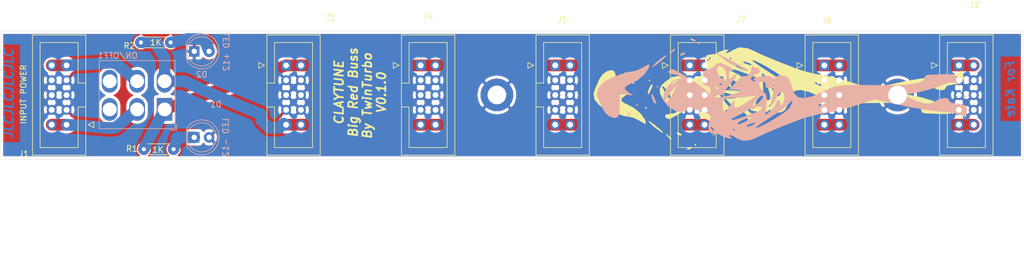
<source format=kicad_pcb>
(kicad_pcb (version 20171130) (host pcbnew 5.1.5-52549c5~86~ubuntu18.04.1)
  (layers (0 F.Cu signal) (31 B.Cu signal) (34 B.Paste user) (35 F.Paste user) (36 B.SilkS user) (37 F.SilkS user) (38 B.Mask user) (39 F.Mask user) (44 Edge.Cuts user))
  (net 0 "")
  (net 1 "Net-(D1-Pad1)")
  (net 2 GND)
  (net 3 "Net-(D2-Pad2)")
  (net 4 -12)
  (net 5 +12)
  (net 6 +12s)
  (net 7 -12s)
  (net 8 "Net-(ON/OFF1-Pad3)")
  (net 9 "Net-(ON/OFF1-Pad6)")
  (module ROBSLIBRARY:Girl7 (layer F.Cu) (at 229.57 146.73 90)
    (fp_text reference GIJO hide)
    (fp_text value LOGO hide)
  )
  (module ROBSLIBRARY:Girl7 (layer B.Cu) (at 230.17 147.33 270)
    (fp_text reference GIJO1 hide)
    (fp_text value LOGO hide)
  )
  (module MountingHole:MountingHole_3.2mm_M3_DIN965_Pad (layer F.Cu) (at 181.35 147.18)
    (fp_text reference H2 hide)
    (fp_text value MountingHole_Pad)
    (pad 1 thru_hole circle (at 0 0) (size 5.6 5.6) (drill 3.2) (layers *.Cu *.Mask) (net 2 GND))
  )
  (module MountingHole:MountingHole_3.2mm_M3_DIN965_Pad (layer F.Cu) (at 249.84 147.2)
    (fp_text reference H1 hide)
    (fp_text value MountingHole_Pad)
    (pad 1 thru_hole circle (at 0 0) (size 5.6 5.6) (drill 3.2) (layers *.Cu *.Mask) (net 2 GND))
  )
  (module LED_THT:LED_D5.0mm (layer B.Cu) (at 129.62 154.444)
    (fp_text reference D1 (at 3.7 -5.644) (layer B.SilkS) (effects (justify mirror)))
    (fp_text value "LED -12" (at 5.39 0.016 90) (layer B.SilkS) (effects (justify mirror)))
    (pad 1 thru_hole rect (at 0 0) (size 1.8 1.8) (drill 0.9) (layers *.Cu *.Mask) (net 1 "Net-(D1-Pad1)"))
    (pad 2 thru_hole circle (at 2.54 0) (size 1.8 1.8) (drill 0.9) (layers *.Cu *.Mask) (net 2 GND))
  )
  (module LED_THT:LED_D5.0mm (layer B.Cu) (at 129.62 139.712)
    (fp_text reference D2 (at 1.27 3.96) (layer B.SilkS) (effects (justify mirror)))
    (fp_text value "LED +12" (at 5.51 0.088 90) (layer B.SilkS) (effects (justify mirror)))
    (pad 2 thru_hole circle (at 2.54 0) (size 1.8 1.8) (drill 0.9) (layers *.Cu *.Mask) (net 3 "Net-(D2-Pad2)"))
    (pad 1 thru_hole rect (at 0 0) (size 1.8 1.8) (drill 0.9) (layers *.Cu *.Mask) (net 2 GND))
  )
  (module Connector_IDC:IDC-Header_2x05_P2.54mm_Vertical (layer F.Cu) (at 107.79 152.28 180)
    (fp_text reference J1 (at 7.31 -4.99) (layer F.SilkS))
    (fp_text value "INPUT POWER" (at 7.366 5.202 90) (layer F.SilkS))
    (pad 1 thru_hole roundrect (at 0 0 180) (size 1.7 1.7) (drill 1) (layers *.Cu *.Mask) (roundrect_rratio 0.147059) (net 4 -12))
    (pad 3 thru_hole circle (at 0 2.54 180) (size 1.7 1.7) (drill 1) (layers *.Cu *.Mask) (net 2 GND))
    (pad 5 thru_hole circle (at 0 5.08 180) (size 1.7 1.7) (drill 1) (layers *.Cu *.Mask) (net 2 GND))
    (pad 7 thru_hole circle (at 0 7.62 180) (size 1.7 1.7) (drill 1) (layers *.Cu *.Mask) (net 2 GND))
    (pad 9 thru_hole circle (at 0 10.16 180) (size 1.7 1.7) (drill 1) (layers *.Cu *.Mask) (net 5 +12))
    (pad 2 thru_hole circle (at 2.54 0 180) (size 1.7 1.7) (drill 1) (layers *.Cu *.Mask) (net 4 -12))
    (pad 4 thru_hole circle (at 2.54 2.54 180) (size 1.7 1.7) (drill 1) (layers *.Cu *.Mask) (net 2 GND))
    (pad 6 thru_hole circle (at 2.54 5.08 180) (size 1.7 1.7) (drill 1) (layers *.Cu *.Mask) (net 2 GND))
    (pad 8 thru_hole circle (at 2.54 7.62 180) (size 1.7 1.7) (drill 1) (layers *.Cu *.Mask) (net 2 GND))
    (pad 10 thru_hole circle (at 2.54 10.16 180) (size 1.7 1.7) (drill 1) (layers *.Cu *.Mask) (net 5 +12))
  )
  (module Connector_IDC:IDC-Header_2x05_P2.54mm_Vertical (layer F.Cu) (at 260.32 142.12)
    (fp_text reference J2 (at 2.68 -10.35) (layer F.SilkS))
    (fp_text value Conn_02x05_Odd_Even)
    (pad 10 thru_hole circle (at 2.54 10.16) (size 1.7 1.7) (drill 1) (layers *.Cu *.Mask) (net 6 +12s))
    (pad 8 thru_hole circle (at 2.54 7.62) (size 1.7 1.7) (drill 1) (layers *.Cu *.Mask) (net 2 GND))
    (pad 6 thru_hole circle (at 2.54 5.08) (size 1.7 1.7) (drill 1) (layers *.Cu *.Mask) (net 2 GND))
    (pad 4 thru_hole circle (at 2.54 2.54) (size 1.7 1.7) (drill 1) (layers *.Cu *.Mask) (net 2 GND))
    (pad 2 thru_hole circle (at 2.54 0) (size 1.7 1.7) (drill 1) (layers *.Cu *.Mask) (net 7 -12s))
    (pad 9 thru_hole circle (at 0 10.16) (size 1.7 1.7) (drill 1) (layers *.Cu *.Mask) (net 6 +12s))
    (pad 7 thru_hole circle (at 0 7.62) (size 1.7 1.7) (drill 1) (layers *.Cu *.Mask) (net 2 GND))
    (pad 5 thru_hole circle (at 0 5.08) (size 1.7 1.7) (drill 1) (layers *.Cu *.Mask) (net 2 GND))
    (pad 3 thru_hole circle (at 0 2.54) (size 1.7 1.7) (drill 1) (layers *.Cu *.Mask) (net 2 GND))
    (pad 1 thru_hole roundrect (at 0 0) (size 1.7 1.7) (drill 1) (layers *.Cu *.Mask) (roundrect_rratio 0.147059) (net 7 -12s))
  )
  (module Connector_IDC:IDC-Header_2x05_P2.54mm_Vertical (layer F.Cu) (at 145.32 142.12)
    (fp_text reference J3 (at 7.69 -8.13 90) (layer F.SilkS))
    (fp_text value Conn_02x05_Odd_Even)
    (pad 1 thru_hole roundrect (at 0 0) (size 1.7 1.7) (drill 1) (layers *.Cu *.Mask) (roundrect_rratio 0.147059) (net 7 -12s))
    (pad 3 thru_hole circle (at 0 2.54) (size 1.7 1.7) (drill 1) (layers *.Cu *.Mask) (net 2 GND))
    (pad 5 thru_hole circle (at 0 5.08) (size 1.7 1.7) (drill 1) (layers *.Cu *.Mask) (net 2 GND))
    (pad 7 thru_hole circle (at 0 7.62) (size 1.7 1.7) (drill 1) (layers *.Cu *.Mask) (net 2 GND))
    (pad 9 thru_hole circle (at 0 10.16) (size 1.7 1.7) (drill 1) (layers *.Cu *.Mask) (net 6 +12s))
    (pad 2 thru_hole circle (at 2.54 0) (size 1.7 1.7) (drill 1) (layers *.Cu *.Mask) (net 7 -12s))
    (pad 4 thru_hole circle (at 2.54 2.54) (size 1.7 1.7) (drill 1) (layers *.Cu *.Mask) (net 2 GND))
    (pad 6 thru_hole circle (at 2.54 5.08) (size 1.7 1.7) (drill 1) (layers *.Cu *.Mask) (net 2 GND))
    (pad 8 thru_hole circle (at 2.54 7.62) (size 1.7 1.7) (drill 1) (layers *.Cu *.Mask) (net 2 GND))
    (pad 10 thru_hole circle (at 2.54 10.16) (size 1.7 1.7) (drill 1) (layers *.Cu *.Mask) (net 6 +12s))
  )
  (module Connector_IDC:IDC-Header_2x05_P2.54mm_Vertical (layer F.Cu) (at 168.32 142.12)
    (fp_text reference J4 (at 1.28 -8.43) (layer F.SilkS))
    (fp_text value Conn_02x05_Odd_Even)
    (pad 10 thru_hole circle (at 2.54 10.16) (size 1.7 1.7) (drill 1) (layers *.Cu *.Mask) (net 6 +12s))
    (pad 8 thru_hole circle (at 2.54 7.62) (size 1.7 1.7) (drill 1) (layers *.Cu *.Mask) (net 2 GND))
    (pad 6 thru_hole circle (at 2.54 5.08) (size 1.7 1.7) (drill 1) (layers *.Cu *.Mask) (net 2 GND))
    (pad 4 thru_hole circle (at 2.54 2.54) (size 1.7 1.7) (drill 1) (layers *.Cu *.Mask) (net 2 GND))
    (pad 2 thru_hole circle (at 2.54 0) (size 1.7 1.7) (drill 1) (layers *.Cu *.Mask) (net 7 -12s))
    (pad 9 thru_hole circle (at 0 10.16) (size 1.7 1.7) (drill 1) (layers *.Cu *.Mask) (net 6 +12s))
    (pad 7 thru_hole circle (at 0 7.62) (size 1.7 1.7) (drill 1) (layers *.Cu *.Mask) (net 2 GND))
    (pad 5 thru_hole circle (at 0 5.08) (size 1.7 1.7) (drill 1) (layers *.Cu *.Mask) (net 2 GND))
    (pad 3 thru_hole circle (at 0 2.54) (size 1.7 1.7) (drill 1) (layers *.Cu *.Mask) (net 2 GND))
    (pad 1 thru_hole roundrect (at 0 0) (size 1.7 1.7) (drill 1) (layers *.Cu *.Mask) (roundrect_rratio 0.147059) (net 7 -12s))
  )
  (module Connector_IDC:IDC-Header_2x05_P2.54mm_Vertical (layer F.Cu) (at 191.32 142.12)
    (fp_text reference J5 (at 1.24 -7.84) (layer F.SilkS))
    (fp_text value Conn_02x05_Odd_Even)
    (pad 1 thru_hole roundrect (at 0 0) (size 1.7 1.7) (drill 1) (layers *.Cu *.Mask) (roundrect_rratio 0.147059) (net 7 -12s))
    (pad 3 thru_hole circle (at 0 2.54) (size 1.7 1.7) (drill 1) (layers *.Cu *.Mask) (net 2 GND))
    (pad 5 thru_hole circle (at 0 5.08) (size 1.7 1.7) (drill 1) (layers *.Cu *.Mask) (net 2 GND))
    (pad 7 thru_hole circle (at 0 7.62) (size 1.7 1.7) (drill 1) (layers *.Cu *.Mask) (net 2 GND))
    (pad 9 thru_hole circle (at 0 10.16) (size 1.7 1.7) (drill 1) (layers *.Cu *.Mask) (net 6 +12s))
    (pad 2 thru_hole circle (at 2.54 0) (size 1.7 1.7) (drill 1) (layers *.Cu *.Mask) (net 7 -12s))
    (pad 4 thru_hole circle (at 2.54 2.54) (size 1.7 1.7) (drill 1) (layers *.Cu *.Mask) (net 2 GND))
    (pad 6 thru_hole circle (at 2.54 5.08) (size 1.7 1.7) (drill 1) (layers *.Cu *.Mask) (net 2 GND))
    (pad 8 thru_hole circle (at 2.54 7.62) (size 1.7 1.7) (drill 1) (layers *.Cu *.Mask) (net 2 GND))
    (pad 10 thru_hole circle (at 2.54 10.16) (size 1.7 1.7) (drill 1) (layers *.Cu *.Mask) (net 6 +12s))
  )
  (module Connector_IDC:IDC-Header_2x05_P2.54mm_Vertical (layer F.Cu) (at 237.32 142.12)
    (fp_text reference J6 (at 0.46 -7.71) (layer F.SilkS))
    (fp_text value Conn_02x05_Odd_Even)
    (pad 10 thru_hole circle (at 2.54 10.16) (size 1.7 1.7) (drill 1) (layers *.Cu *.Mask) (net 6 +12s))
    (pad 8 thru_hole circle (at 2.54 7.62) (size 1.7 1.7) (drill 1) (layers *.Cu *.Mask) (net 2 GND))
    (pad 6 thru_hole circle (at 2.54 5.08) (size 1.7 1.7) (drill 1) (layers *.Cu *.Mask) (net 2 GND))
    (pad 4 thru_hole circle (at 2.54 2.54) (size 1.7 1.7) (drill 1) (layers *.Cu *.Mask) (net 2 GND))
    (pad 2 thru_hole circle (at 2.54 0) (size 1.7 1.7) (drill 1) (layers *.Cu *.Mask) (net 7 -12s))
    (pad 9 thru_hole circle (at 0 10.16) (size 1.7 1.7) (drill 1) (layers *.Cu *.Mask) (net 6 +12s))
    (pad 7 thru_hole circle (at 0 7.62) (size 1.7 1.7) (drill 1) (layers *.Cu *.Mask) (net 2 GND))
    (pad 5 thru_hole circle (at 0 5.08) (size 1.7 1.7) (drill 1) (layers *.Cu *.Mask) (net 2 GND))
    (pad 3 thru_hole circle (at 0 2.54) (size 1.7 1.7) (drill 1) (layers *.Cu *.Mask) (net 2 GND))
    (pad 1 thru_hole roundrect (at 0 0) (size 1.7 1.7) (drill 1) (layers *.Cu *.Mask) (roundrect_rratio 0.147059) (net 7 -12s))
  )
  (module Connector_IDC:IDC-Header_2x05_P2.54mm_Vertical (layer F.Cu) (at 214.32 142.12)
    (fp_text reference J7 (at 8.8 -7.89) (layer F.SilkS))
    (fp_text value Conn_02x05_Odd_Even)
    (pad 1 thru_hole roundrect (at 0 0) (size 1.7 1.7) (drill 1) (layers *.Cu *.Mask) (roundrect_rratio 0.147059) (net 7 -12s))
    (pad 3 thru_hole circle (at 0 2.54) (size 1.7 1.7) (drill 1) (layers *.Cu *.Mask) (net 2 GND))
    (pad 5 thru_hole circle (at 0 5.08) (size 1.7 1.7) (drill 1) (layers *.Cu *.Mask) (net 2 GND))
    (pad 7 thru_hole circle (at 0 7.62) (size 1.7 1.7) (drill 1) (layers *.Cu *.Mask) (net 2 GND))
    (pad 9 thru_hole circle (at 0 10.16) (size 1.7 1.7) (drill 1) (layers *.Cu *.Mask) (net 6 +12s))
    (pad 2 thru_hole circle (at 2.54 0) (size 1.7 1.7) (drill 1) (layers *.Cu *.Mask) (net 7 -12s))
    (pad 4 thru_hole circle (at 2.54 2.54) (size 1.7 1.7) (drill 1) (layers *.Cu *.Mask) (net 2 GND))
    (pad 6 thru_hole circle (at 2.54 5.08) (size 1.7 1.7) (drill 1) (layers *.Cu *.Mask) (net 2 GND))
    (pad 8 thru_hole circle (at 2.54 7.62) (size 1.7 1.7) (drill 1) (layers *.Cu *.Mask) (net 2 GND))
    (pad 10 thru_hole circle (at 2.54 10.16) (size 1.7 1.7) (drill 1) (layers *.Cu *.Mask) (net 6 +12s))
  )
  (module RobsFoots:SW_CK_Lever_DPDT_72xx_CircularHoles (layer B.Cu) (at 124.554 149.662 90)
    (fp_text reference ON/OFF1 (at 9.232 -8.034 180) (layer B.SilkS) (effects (justify mirror)))
    (fp_text value SW_DPST)
    (pad 1 thru_hole rect (at 0 0 90) (size 3.9 2.67) (drill 2.37) (layers *.Cu *.Mask) (net 7 -12s))
    (pad 2 thru_hole oval (at 0 -4.7 90) (size 3.9 2.67) (drill 2.37) (layers *.Cu *.Mask) (net 4 -12))
    (pad 3 thru_hole oval (at 0 -9.4 90) (size 3.9 2.67) (drill 2.37) (layers *.Cu *.Mask) (net 8 "Net-(ON/OFF1-Pad3)"))
    (pad 5 thru_hole oval (at 4.83 -4.7 90) (size 3.9 2.67) (drill 2.37) (layers *.Cu *.Mask) (net 5 +12))
    (pad 6 thru_hole oval (at 4.83 -9.4 90) (size 3.9 2.67) (drill 2.37) (layers *.Cu *.Mask) (net 9 "Net-(ON/OFF1-Pad6)"))
    (pad 4 thru_hole oval (at 4.83 0 90) (size 3.9 2.67) (drill 2.37) (layers *.Cu *.Mask) (net 6 +12s))
  )
  (module Resistor_THT:R_Axial_DIN0204_L3.6mm_D1.6mm_P5.08mm_Horizontal (layer F.Cu) (at 120.998 156.476)
    (fp_text reference R1 (at -2.048 -0.086) (layer F.SilkS))
    (fp_text value 1K (at 2.392 0.094) (layer F.SilkS))
    (pad 1 thru_hole circle (at 0 0) (size 1.4 1.4) (drill 0.7) (layers *.Cu *.Mask) (net 7 -12s))
    (pad 2 thru_hole oval (at 5.08 0) (size 1.4 1.4) (drill 0.7) (layers *.Cu *.Mask) (net 1 "Net-(D1-Pad1)"))
  )
  (module Resistor_THT:R_Axial_DIN0204_L3.6mm_D1.6mm_P5.08mm_Horizontal (layer F.Cu) (at 125.57 138.188 180)
    (fp_text reference R2 (at 7.05 -0.582) (layer F.SilkS))
    (fp_text value 1K (at 2.52 -0.012) (layer F.SilkS))
    (pad 2 thru_hole oval (at 5.08 0 180) (size 1.4 1.4) (drill 0.7) (layers *.Cu *.Mask) (net 6 +12s))
    (pad 1 thru_hole circle (at 0 0 180) (size 1.4 1.4) (drill 0.7) (layers *.Cu *.Mask) (net 3 "Net-(D2-Pad2)"))
  )
  (gr_text "For Kate" (at 269.11 146.13 90) (layer B.Cu) (effects (font (size 1.5 1.5) (thickness 0.3) italic) (justify mirror)))
  (gr_text "CLAYTUNE\nBig Red Buss\nBy TwinTurbo \nV0.1.0" (at 157.98 146.76 90) (layer F.SilkS) (effects (font (size 1.5 1.5) (thickness 0.3) italic)))
  (gr_text JLCJLCJLCJLC (at 97.94 146.91 90) (layer B.Cu) (effects (font (size 1.5 1.5) (thickness 0.3) italic)))
  (gr_line (start 271.44 136.21) (end 271.44 158.21) (layer Edge.Cuts) (width 0.05))
  (gr_line (start 96.44 158.21) (end 271.44 158.21) (layer Edge.Cuts) (width 0.05))
  (gr_line (start 96.44 136.21) (end 96.44 158.21) (layer Edge.Cuts) (width 0.05))
  (gr_line (start 96.44 136.21) (end 271.44 136.21) (layer Edge.Cuts) (width 0.05))
  (segment (start 129.62 154.444) (end 126.72 154.444) (width 2) (layer B.Cu) (net 1))
  (segment (start 126.72 154.444) (end 126.2222 156.0581) (width 2) (layer B.Cu) (net 1))
  (segment (start 126.2222 156.0581) (end 126.078 156.476) (width 2) (layer B.Cu) (net 1))
  (segment (start 125.57 138.188) (end 127.2448 137.8477) (width 2) (layer B.Cu) (net 3))
  (segment (start 127.2448 137.8477) (end 128.4731 137.6293) (width 2) (layer B.Cu) (net 3))
  (segment (start 128.4731 137.6293) (end 128.6051 137.6118) (width 2) (layer B.Cu) (net 3))
  (segment (start 128.6051 137.6118) (end 128.6062 137.6117) (width 2) (layer B.Cu) (net 3))
  (segment (start 128.6062 137.6117) (end 130.6239 137.6117) (width 2) (layer B.Cu) (net 3))
  (segment (start 130.6239 137.6117) (end 130.7284 137.622) (width 2) (layer B.Cu) (net 3))
  (segment (start 130.7284 137.622) (end 130.8167 137.6396) (width 2) (layer B.Cu) (net 3))
  (segment (start 130.8167 137.6396) (end 130.9468 137.6791) (width 2) (layer B.Cu) (net 3))
  (segment (start 130.9468 137.6791) (end 131.0256 137.7117) (width 2) (layer B.Cu) (net 3))
  (segment (start 131.0256 137.7117) (end 131.1454 137.7757) (width 2) (layer B.Cu) (net 3))
  (segment (start 131.1454 137.7757) (end 131.1995 137.8118) (width 2) (layer B.Cu) (net 3))
  (segment (start 131.1995 137.8118) (end 131.2991 137.8936) (width 2) (layer B.Cu) (net 3))
  (segment (start 131.2991 137.8936) (end 131.4438 138.0383) (width 2) (layer B.Cu) (net 3))
  (segment (start 131.4438 138.0383) (end 131.4792 138.0815) (width 2) (layer B.Cu) (net 3))
  (segment (start 131.4792 138.0815) (end 131.536 138.1579) (width 2) (layer B.Cu) (net 3))
  (segment (start 131.536 138.1579) (end 131.5821 138.2348) (width 2) (layer B.Cu) (net 3))
  (segment (start 131.5821 138.2348) (end 131.6212 138.3081) (width 2) (layer B.Cu) (net 3))
  (segment (start 131.6212 138.3081) (end 131.6522 138.383) (width 2) (layer B.Cu) (net 3))
  (segment (start 131.6522 138.383) (end 131.9702 139.2393) (width 2) (layer B.Cu) (net 3))
  (segment (start 131.9702 139.2393) (end 132.16 139.712) (width 2) (layer B.Cu) (net 3))
  (segment (start 107.79 152.28) (end 105.25 152.28) (width 2) (layer F.Cu) (net 4))
  (segment (start 107.79 152.28) (end 107.8678 152.288) (width 2) (layer B.Cu) (net 4))
  (segment (start 107.8678 152.288) (end 110.2404 152.4153) (width 2) (layer B.Cu) (net 4))
  (segment (start 110.2404 152.4153) (end 114.4882 152.8123) (width 2) (layer B.Cu) (net 4))
  (segment (start 114.4882 152.8123) (end 115.8045 152.8123) (width 2) (layer B.Cu) (net 4))
  (segment (start 115.8045 152.8123) (end 115.9109 152.8018) (width 2) (layer B.Cu) (net 4))
  (segment (start 115.9109 152.8018) (end 116.0291 152.7783) (width 2) (layer B.Cu) (net 4))
  (segment (start 116.0291 152.7783) (end 116.1052 152.7552) (width 2) (layer B.Cu) (net 4))
  (segment (start 116.1052 152.7552) (end 116.2333 152.7021) (width 2) (layer B.Cu) (net 4))
  (segment (start 116.2333 152.7021) (end 116.2719 152.6815) (width 2) (layer B.Cu) (net 4))
  (segment (start 116.2719 152.6815) (end 116.3569 152.6306) (width 2) (layer B.Cu) (net 4))
  (segment (start 116.3569 152.6306) (end 116.463 152.5519) (width 2) (layer B.Cu) (net 4))
  (segment (start 116.463 152.5519) (end 116.473 152.5436) (width 2) (layer B.Cu) (net 4))
  (segment (start 116.473 152.5436) (end 118.505 150.766) (width 2) (layer B.Cu) (net 4))
  (segment (start 118.505 150.766) (end 119.854 149.662) (width 2) (layer B.Cu) (net 4))
  (segment (start 107.79 142.12) (end 105.25 142.12) (width 2) (layer F.Cu) (net 5))
  (segment (start 107.79 142.12) (end 107.7904 142.12) (width 2) (layer B.Cu) (net 5))
  (segment (start 107.7904 142.12) (end 112.7075 141.841) (width 2) (layer B.Cu) (net 5))
  (segment (start 112.7075 141.841) (end 114.4799 141.6817) (width 2) (layer B.Cu) (net 5))
  (segment (start 114.4799 141.6817) (end 115.8045 141.6817) (width 2) (layer B.Cu) (net 5))
  (segment (start 115.8045 141.6817) (end 115.9109 141.6922) (width 2) (layer B.Cu) (net 5))
  (segment (start 115.9109 141.6922) (end 116.0291 141.7157) (width 2) (layer B.Cu) (net 5))
  (segment (start 116.0291 141.7157) (end 116.1052 141.7388) (width 2) (layer B.Cu) (net 5))
  (segment (start 116.1052 141.7388) (end 116.2333 141.7919) (width 2) (layer B.Cu) (net 5))
  (segment (start 116.2333 141.7919) (end 116.2719 141.8125) (width 2) (layer B.Cu) (net 5))
  (segment (start 116.2719 141.8125) (end 116.3569 141.8634) (width 2) (layer B.Cu) (net 5))
  (segment (start 116.3569 141.8634) (end 116.4604 141.9403) (width 2) (layer B.Cu) (net 5))
  (segment (start 116.4604 141.9403) (end 116.4744 141.9517) (width 2) (layer B.Cu) (net 5))
  (segment (start 116.4744 141.9517) (end 118.5714 143.771) (width 2) (layer B.Cu) (net 5))
  (segment (start 118.5714 143.771) (end 119.854 144.832) (width 2) (layer B.Cu) (net 5))
  (segment (start 124.554 140.882) (end 124.5538 140.8816) (width 2) (layer B.Cu) (net 6))
  (segment (start 124.5538 140.8816) (end 124.0277 140.0574) (width 2) (layer B.Cu) (net 6))
  (segment (start 124.0277 140.0574) (end 123.5257 139.2113) (width 2) (layer B.Cu) (net 6))
  (segment (start 123.5257 139.2113) (end 123.4927 139.1513) (width 2) (layer B.Cu) (net 6))
  (segment (start 123.4927 139.1513) (end 123.4451 139.0494) (width 2) (layer B.Cu) (net 6))
  (segment (start 123.4451 139.0494) (end 123.4174 138.9695) (width 2) (layer B.Cu) (net 6))
  (segment (start 123.4174 138.9695) (end 123.1901 138.1883) (width 2) (layer B.Cu) (net 6))
  (segment (start 123.1901 138.1883) (end 123.19 138.1881) (width 2) (layer B.Cu) (net 6))
  (segment (start 123.19 138.1881) (end 123.19 138.188) (width 2) (layer B.Cu) (net 6))
  (segment (start 145.32 152.28) (end 147.86 152.28) (width 2) (layer F.Cu) (net 6))
  (segment (start 170.86 152.28) (end 191.32 152.28) (width 2) (layer F.Cu) (net 6))
  (segment (start 170.86 152.28) (end 168.32 152.28) (width 2) (layer F.Cu) (net 6))
  (segment (start 191.32 152.28) (end 193.86 152.28) (width 2) (layer F.Cu) (net 6))
  (segment (start 193.86 152.28) (end 214.32 152.28) (width 2) (layer F.Cu) (net 6))
  (segment (start 214.32 152.28) (end 216.86 152.28) (width 2) (layer F.Cu) (net 6))
  (segment (start 239.86 152.28) (end 260.32 152.28) (width 2) (layer F.Cu) (net 6))
  (segment (start 239.86 152.28) (end 237.32 152.28) (width 2) (layer F.Cu) (net 6))
  (segment (start 262.86 152.28) (end 260.32 152.28) (width 2) (layer F.Cu) (net 6))
  (segment (start 147.86 152.28) (end 168.32 152.28) (width 2) (layer F.Cu) (net 6))
  (segment (start 216.86 152.28) (end 237.32 152.28) (width 2) (layer F.Cu) (net 6))
  (segment (start 145.32 152.28) (end 144.875 152.0956) (width 2) (layer B.Cu) (net 6))
  (segment (start 144.875 152.0956) (end 144.1811 152.7895) (width 2) (layer B.Cu) (net 6))
  (segment (start 144.1811 152.7895) (end 142.3583 152.7895) (width 2) (layer B.Cu) (net 6))
  (segment (start 142.3583 152.7895) (end 141.0694 151.5006) (width 2) (layer B.Cu) (net 6))
  (segment (start 141.0694 151.5006) (end 141.0694 150.5185) (width 2) (layer B.Cu) (net 6))
  (segment (start 141.0694 150.5185) (end 132.8429 147.1094) (width 2) (layer B.Cu) (net 6))
  (segment (start 132.8429 147.1094) (end 127.889 144.832) (width 2) (layer B.Cu) (net 6))
  (segment (start 124.554 144.832) (end 127.889 144.832) (width 2) (layer B.Cu) (net 6))
  (segment (start 120.49 138.188) (end 123.19 138.188) (width 2) (layer B.Cu) (net 6))
  (segment (start 124.554 144.832) (end 124.554 140.882) (width 2) (layer B.Cu) (net 6))
  (segment (start 145.32 142.12) (end 147.86 142.12) (width 2) (layer F.Cu) (net 7))
  (segment (start 170.86 142.12) (end 191.32 142.12) (width 2) (layer F.Cu) (net 7))
  (segment (start 170.86 142.12) (end 168.32 142.12) (width 2) (layer F.Cu) (net 7))
  (segment (start 191.32 142.12) (end 193.86 142.12) (width 2) (layer F.Cu) (net 7))
  (segment (start 193.86 142.12) (end 214.32 142.12) (width 2) (layer F.Cu) (net 7))
  (segment (start 214.32 142.12) (end 216.86 142.12) (width 2) (layer F.Cu) (net 7))
  (segment (start 239.86 142.12) (end 260.32 142.12) (width 2) (layer F.Cu) (net 7))
  (segment (start 239.86 142.12) (end 237.32 142.12) (width 2) (layer F.Cu) (net 7))
  (segment (start 262.86 142.12) (end 260.32 142.12) (width 2) (layer F.Cu) (net 7))
  (segment (start 147.86 142.12) (end 168.32 142.12) (width 2) (layer F.Cu) (net 7))
  (segment (start 216.86 142.12) (end 237.32 142.12) (width 2) (layer F.Cu) (net 7))
  (segment (start 124.554 149.662) (end 121.3824 155.672) (width 2) (layer B.Cu) (net 7))
  (segment (start 121.3824 155.672) (end 120.998 156.476) (width 2) (layer B.Cu) (net 7))
  (segment (start 124.554 149.047) (end 124.554 149.662) (width 2) (layer F.Cu) (net 7))
  (segment (start 145.32 142.12) (end 124.554 149.662) (width 2) (layer F.Cu) (net 7))
  (zone (net 2) (net_name GND) (layer F.Cu) (connect_pads (clearance 0.508)) (min_thickness 0.254) (fill yes (arc_segments 32) (thermal_gap 0.508) (thermal_bridge_width 0.508))
    (polygon (pts (xy 271.26 136.36) (xy 271.35 158.14) (xy 96.51 158.14) (xy 96.5 136.3) (xy 96.51 136.3)))
  )
  (zone (net 2) (net_name GND) (layer B.Cu) (connect_pads (clearance 0.508)) (min_thickness 0.254) (fill yes (arc_segments 32) (thermal_gap 0.508) (thermal_bridge_width 0.508))
    (polygon (pts (xy 271.26 136.36) (xy 271.35 158.14) (xy 96.51 158.14) (xy 96.5 136.3) (xy 96.51 136.3)))
  )
)
</source>
